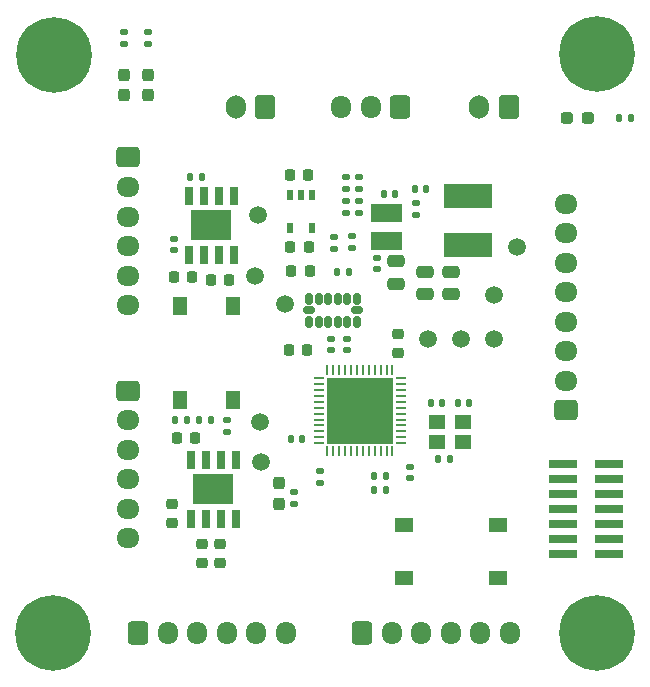
<source format=gbr>
%TF.GenerationSoftware,KiCad,Pcbnew,8.0.1*%
%TF.CreationDate,2024-10-23T08:39:10+02:00*%
%TF.ProjectId,StealthKitty.kicad_pro,53746561-6c74-4684-9b69-7474792e6b69,rev?*%
%TF.SameCoordinates,Original*%
%TF.FileFunction,Soldermask,Top*%
%TF.FilePolarity,Negative*%
%FSLAX46Y46*%
G04 Gerber Fmt 4.6, Leading zero omitted, Abs format (unit mm)*
G04 Created by KiCad (PCBNEW 8.0.1) date 2024-10-23 08:39:10*
%MOMM*%
%LPD*%
G01*
G04 APERTURE LIST*
G04 Aperture macros list*
%AMRoundRect*
0 Rectangle with rounded corners*
0 $1 Rounding radius*
0 $2 $3 $4 $5 $6 $7 $8 $9 X,Y pos of 4 corners*
0 Add a 4 corners polygon primitive as box body*
4,1,4,$2,$3,$4,$5,$6,$7,$8,$9,$2,$3,0*
0 Add four circle primitives for the rounded corners*
1,1,$1+$1,$2,$3*
1,1,$1+$1,$4,$5*
1,1,$1+$1,$6,$7*
1,1,$1+$1,$8,$9*
0 Add four rect primitives between the rounded corners*
20,1,$1+$1,$2,$3,$4,$5,0*
20,1,$1+$1,$4,$5,$6,$7,0*
20,1,$1+$1,$6,$7,$8,$9,0*
20,1,$1+$1,$8,$9,$2,$3,0*%
G04 Aperture macros list end*
%ADD10C,0.010000*%
%ADD11RoundRect,0.140000X-0.170000X0.140000X-0.170000X-0.140000X0.170000X-0.140000X0.170000X0.140000X0*%
%ADD12C,1.500000*%
%ADD13RoundRect,0.225000X-0.225000X-0.250000X0.225000X-0.250000X0.225000X0.250000X-0.225000X0.250000X0*%
%ADD14RoundRect,0.135000X0.185000X-0.135000X0.185000X0.135000X-0.185000X0.135000X-0.185000X-0.135000X0*%
%ADD15RoundRect,0.135000X0.135000X0.185000X-0.135000X0.185000X-0.135000X-0.185000X0.135000X-0.185000X0*%
%ADD16RoundRect,0.225000X-0.250000X0.225000X-0.250000X-0.225000X0.250000X-0.225000X0.250000X0.225000X0*%
%ADD17RoundRect,0.140000X0.170000X-0.140000X0.170000X0.140000X-0.170000X0.140000X-0.170000X-0.140000X0*%
%ADD18RoundRect,0.250000X0.600000X0.725000X-0.600000X0.725000X-0.600000X-0.725000X0.600000X-0.725000X0*%
%ADD19O,1.700000X1.950000*%
%ADD20RoundRect,0.225000X0.225000X0.250000X-0.225000X0.250000X-0.225000X-0.250000X0.225000X-0.250000X0*%
%ADD21C,0.800000*%
%ADD22C,6.400000*%
%ADD23RoundRect,0.250000X0.600000X0.750000X-0.600000X0.750000X-0.600000X-0.750000X0.600000X-0.750000X0*%
%ADD24O,1.700000X2.000000*%
%ADD25RoundRect,0.250000X-0.600000X-0.725000X0.600000X-0.725000X0.600000X0.725000X-0.600000X0.725000X0*%
%ADD26R,1.300000X1.550000*%
%ADD27R,1.550000X1.300000*%
%ADD28RoundRect,0.140000X0.140000X0.170000X-0.140000X0.170000X-0.140000X-0.170000X0.140000X-0.170000X0*%
%ADD29R,0.802000X1.505000*%
%ADD30R,3.502000X2.613000*%
%ADD31R,2.400000X0.740000*%
%ADD32RoundRect,0.140000X-0.140000X-0.170000X0.140000X-0.170000X0.140000X0.170000X-0.140000X0.170000X0*%
%ADD33RoundRect,0.250000X-0.475000X0.250000X-0.475000X-0.250000X0.475000X-0.250000X0.475000X0.250000X0*%
%ADD34RoundRect,0.225000X0.250000X-0.225000X0.250000X0.225000X-0.250000X0.225000X-0.250000X-0.225000X0*%
%ADD35RoundRect,0.250000X0.725000X-0.600000X0.725000X0.600000X-0.725000X0.600000X-0.725000X-0.600000X0*%
%ADD36O,1.950000X1.700000*%
%ADD37RoundRect,0.135000X-0.185000X0.135000X-0.185000X-0.135000X0.185000X-0.135000X0.185000X0.135000X0*%
%ADD38RoundRect,0.237500X0.287500X0.237500X-0.287500X0.237500X-0.287500X-0.237500X0.287500X-0.237500X0*%
%ADD39R,4.100000X2.150000*%
%ADD40RoundRect,0.250000X-0.725000X0.600000X-0.725000X-0.600000X0.725000X-0.600000X0.725000X0.600000X0*%
%ADD41RoundRect,0.150000X-0.150000X0.325000X-0.150000X-0.325000X0.150000X-0.325000X0.150000X0.325000X0*%
%ADD42RoundRect,0.150000X-0.325000X0.150000X-0.325000X-0.150000X0.325000X-0.150000X0.325000X0.150000X0*%
%ADD43R,1.400000X1.200000*%
%ADD44RoundRect,0.135000X-0.135000X-0.185000X0.135000X-0.185000X0.135000X0.185000X-0.135000X0.185000X0*%
%ADD45RoundRect,0.237500X-0.237500X0.287500X-0.237500X-0.287500X0.237500X-0.287500X0.237500X0.287500X0*%
%ADD46R,0.600000X0.900000*%
%ADD47RoundRect,0.237500X0.237500X-0.287500X0.237500X0.287500X-0.237500X0.287500X-0.237500X-0.287500X0*%
%ADD48RoundRect,0.062500X0.375000X0.062500X-0.375000X0.062500X-0.375000X-0.062500X0.375000X-0.062500X0*%
%ADD49RoundRect,0.062500X0.062500X0.375000X-0.062500X0.375000X-0.062500X-0.375000X0.062500X-0.375000X0*%
%ADD50R,5.600000X5.600000*%
G04 APERTURE END LIST*
D10*
%TO.C,IC501*%
X154145000Y-84640000D02*
X153555000Y-84640000D01*
X153555000Y-83200000D01*
X154145000Y-83200000D01*
X154145000Y-84640000D01*
G36*
X154145000Y-84640000D02*
G01*
X153555000Y-84640000D01*
X153555000Y-83200000D01*
X154145000Y-83200000D01*
X154145000Y-84640000D01*
G37*
X154145000Y-87020000D02*
X153555000Y-87020000D01*
X153555000Y-85580000D01*
X154145000Y-85580000D01*
X154145000Y-87020000D01*
G36*
X154145000Y-87020000D02*
G01*
X153555000Y-87020000D01*
X153555000Y-85580000D01*
X154145000Y-85580000D01*
X154145000Y-87020000D01*
G37*
X154795000Y-84640000D02*
X154205000Y-84640000D01*
X154205000Y-83200000D01*
X154795000Y-83200000D01*
X154795000Y-84640000D01*
G36*
X154795000Y-84640000D02*
G01*
X154205000Y-84640000D01*
X154205000Y-83200000D01*
X154795000Y-83200000D01*
X154795000Y-84640000D01*
G37*
X154795000Y-87020000D02*
X154205000Y-87020000D01*
X154205000Y-85580000D01*
X154795000Y-85580000D01*
X154795000Y-87020000D01*
G36*
X154795000Y-87020000D02*
G01*
X154205000Y-87020000D01*
X154205000Y-85580000D01*
X154795000Y-85580000D01*
X154795000Y-87020000D01*
G37*
X155445000Y-84640000D02*
X154855000Y-84640000D01*
X154855000Y-83200000D01*
X155445000Y-83200000D01*
X155445000Y-84640000D01*
G36*
X155445000Y-84640000D02*
G01*
X154855000Y-84640000D01*
X154855000Y-83200000D01*
X155445000Y-83200000D01*
X155445000Y-84640000D01*
G37*
X155445000Y-87020000D02*
X154855000Y-87020000D01*
X154855000Y-85580000D01*
X155445000Y-85580000D01*
X155445000Y-87020000D01*
G36*
X155445000Y-87020000D02*
G01*
X154855000Y-87020000D01*
X154855000Y-85580000D01*
X155445000Y-85580000D01*
X155445000Y-87020000D01*
G37*
X156095000Y-84640000D02*
X155505000Y-84640000D01*
X155505000Y-83200000D01*
X156095000Y-83200000D01*
X156095000Y-84640000D01*
G36*
X156095000Y-84640000D02*
G01*
X155505000Y-84640000D01*
X155505000Y-83200000D01*
X156095000Y-83200000D01*
X156095000Y-84640000D01*
G37*
X156095000Y-87020000D02*
X155505000Y-87020000D01*
X155505000Y-85580000D01*
X156095000Y-85580000D01*
X156095000Y-87020000D01*
G36*
X156095000Y-87020000D02*
G01*
X155505000Y-87020000D01*
X155505000Y-85580000D01*
X156095000Y-85580000D01*
X156095000Y-87020000D01*
G37*
%TD*%
D11*
%TO.C,C508*%
X151425000Y-80930000D03*
X151425000Y-81890000D03*
%TD*%
D12*
%TO.C,TP301*%
X161130000Y-94620000D03*
%TD*%
D13*
%TO.C,Cs301*%
X146775000Y-88900000D03*
X148325000Y-88900000D03*
%TD*%
D14*
%TO.C,R502*%
X151920000Y-86920000D03*
X151920000Y-85900000D03*
%TD*%
D15*
%TO.C,R402*%
X154810000Y-106250000D03*
X153790000Y-106250000D03*
%TD*%
D12*
%TO.C,TP310*%
X165900000Y-86800000D03*
%TD*%
D11*
%TO.C,C503*%
X154025000Y-87730000D03*
X154025000Y-88690000D03*
%TD*%
D14*
%TO.C,R403*%
X132600000Y-69635000D03*
X132600000Y-68615000D03*
%TD*%
%TO.C,R504*%
X152525000Y-83920000D03*
X152525000Y-82900000D03*
%TD*%
D16*
%TO.C,C206*%
X140737354Y-111999336D03*
X140737354Y-113549336D03*
%TD*%
D17*
%TO.C,C204*%
X136800000Y-87080000D03*
X136800000Y-86120000D03*
%TD*%
D18*
%TO.C,SW501*%
X156000000Y-75000000D03*
D19*
X153500000Y-75000000D03*
X151000000Y-75000000D03*
%TD*%
D12*
%TO.C,TP203*%
X144190000Y-105040000D03*
%TD*%
D20*
%TO.C,C504*%
X148175000Y-80700000D03*
X146625000Y-80700000D03*
%TD*%
D21*
%TO.C,H402*%
X170212500Y-70500000D03*
X170915444Y-68802944D03*
X170915444Y-72197056D03*
X172612500Y-68100000D03*
D22*
X172612500Y-70500000D03*
D21*
X172612500Y-72900000D03*
X174309556Y-68802944D03*
X174309556Y-72197056D03*
X175012500Y-70500000D03*
%TD*%
D23*
%TO.C,Alim_charger501*%
X165162500Y-75000000D03*
D24*
X162662500Y-75000000D03*
%TD*%
D25*
%TO.C,J301*%
X152750000Y-119550000D03*
D19*
X155250000Y-119550000D03*
X157750000Y-119550000D03*
X160250000Y-119550000D03*
X162750000Y-119550000D03*
X165250000Y-119550000D03*
%TD*%
D26*
%TO.C,SW402*%
X141849499Y-91865125D03*
X141849499Y-99815125D03*
X137349499Y-91865125D03*
X137349499Y-99815125D03*
%TD*%
D14*
%TO.C,R405*%
X147000000Y-108610000D03*
X147000000Y-107590000D03*
%TD*%
D27*
%TO.C,SW401*%
X156325000Y-110350000D03*
X164275000Y-110350000D03*
X156325000Y-114850000D03*
X164275000Y-114850000D03*
%TD*%
D28*
%TO.C,C205*%
X139184950Y-80925589D03*
X138224950Y-80925589D03*
%TD*%
D21*
%TO.C,H401*%
X124262500Y-70550000D03*
X124965444Y-68852944D03*
X124965444Y-72247056D03*
X126662500Y-68150000D03*
D22*
X126662500Y-70550000D03*
D21*
X126662500Y-72950000D03*
X128359556Y-68852944D03*
X128359556Y-72247056D03*
X129062500Y-70550000D03*
%TD*%
D29*
%TO.C,U2*%
X138272977Y-109858142D03*
X139542977Y-109858142D03*
X140812977Y-109858142D03*
X142082977Y-109858142D03*
X142082977Y-104863142D03*
X140812977Y-104863142D03*
X139542977Y-104863142D03*
X138272977Y-104863142D03*
D30*
X140177977Y-107360642D03*
%TD*%
D11*
%TO.C,C405*%
X151480000Y-94620000D03*
X151480000Y-95580000D03*
%TD*%
D14*
%TO.C,R404*%
X134600000Y-69635000D03*
X134600000Y-68615000D03*
%TD*%
D31*
%TO.C,J401*%
X173650000Y-112810000D03*
X169750000Y-112810000D03*
X173650000Y-111540000D03*
X169750000Y-111540000D03*
X173650000Y-110270000D03*
X169750000Y-110270000D03*
X173650000Y-109000000D03*
X169750000Y-109000000D03*
X173650000Y-107730000D03*
X169750000Y-107730000D03*
X173650000Y-106460000D03*
X169750000Y-106460000D03*
X173650000Y-105190000D03*
X169750000Y-105190000D03*
%TD*%
D14*
%TO.C,R505*%
X151425000Y-83920000D03*
X151425000Y-82900000D03*
%TD*%
D32*
%TO.C,C411*%
X159220000Y-104750000D03*
X160180000Y-104750000D03*
%TD*%
D12*
%TO.C,TP204*%
X144100000Y-101630000D03*
%TD*%
D33*
%TO.C,C509*%
X160300000Y-88950000D03*
X160300000Y-90850000D03*
%TD*%
D34*
%TO.C,C207*%
X136700000Y-110175000D03*
X136700000Y-108625000D03*
%TD*%
D35*
%TO.C,J303*%
X170050000Y-100650000D03*
D36*
X170050000Y-98150000D03*
X170050000Y-95650000D03*
X170050000Y-93150000D03*
X170050000Y-90650000D03*
X170050000Y-88150000D03*
X170050000Y-85650000D03*
X170050000Y-83150000D03*
%TD*%
D23*
%TO.C,BT501*%
X144550000Y-74950000D03*
D24*
X142050000Y-74950000D03*
%TD*%
D33*
%TO.C,C507*%
X158100000Y-88950000D03*
X158100000Y-90850000D03*
%TD*%
D28*
%TO.C,C412*%
X137910000Y-101500000D03*
X136950000Y-101500000D03*
%TD*%
D37*
%TO.C,R501*%
X150396845Y-85961885D03*
X150396845Y-86981885D03*
%TD*%
D11*
%TO.C,C408*%
X150100000Y-94620000D03*
X150100000Y-95580000D03*
%TD*%
D38*
%TO.C,D501*%
X171875000Y-75900000D03*
X170125000Y-75900000D03*
%TD*%
D20*
%TO.C,C208*%
X138650000Y-103000000D03*
X137100000Y-103000000D03*
%TD*%
D39*
%TO.C,L501*%
X161725000Y-82550000D03*
X161725000Y-86650000D03*
%TD*%
D29*
%TO.C,U1*%
X138095000Y-87497500D03*
X139365000Y-87497500D03*
X140635000Y-87497500D03*
X141905000Y-87497500D03*
X141905000Y-82502500D03*
X140635000Y-82502500D03*
X139365000Y-82502500D03*
X138095000Y-82502500D03*
D30*
X140000000Y-85000000D03*
%TD*%
D32*
%TO.C,Cio301*%
X150670000Y-88920000D03*
X151630000Y-88920000D03*
%TD*%
D40*
%TO.C,J201*%
X132950000Y-79250000D03*
D36*
X132950000Y-81750000D03*
X132950000Y-84250000D03*
X132950000Y-86750000D03*
X132950000Y-89250000D03*
X132950000Y-91750000D03*
%TD*%
D17*
%TO.C,C404*%
X149200000Y-106780000D03*
X149200000Y-105820000D03*
%TD*%
D41*
%TO.C,U301*%
X152300000Y-91200000D03*
X151500000Y-91200000D03*
X150700000Y-91200000D03*
X149900000Y-91200000D03*
X149100000Y-91200000D03*
X148300000Y-91200000D03*
D42*
X148300000Y-92200000D03*
D41*
X148300000Y-93200000D03*
X149100000Y-93200000D03*
X149900000Y-93200000D03*
X150700000Y-93200000D03*
X151500000Y-93200000D03*
X152300000Y-93200000D03*
D42*
X152300000Y-92200000D03*
%TD*%
D43*
%TO.C,Y401*%
X161339689Y-101650000D03*
X159139689Y-101650000D03*
X159139689Y-103350000D03*
X161339689Y-103350000D03*
%TD*%
D28*
%TO.C,C401*%
X147680000Y-103050000D03*
X146720000Y-103050000D03*
%TD*%
D20*
%TO.C,C203*%
X138375000Y-89400000D03*
X136825000Y-89400000D03*
%TD*%
D28*
%TO.C,C403*%
X159559222Y-100010362D03*
X158599222Y-100010362D03*
%TD*%
D21*
%TO.C,H404*%
X124212500Y-119500000D03*
X124915444Y-117802944D03*
X124915444Y-121197056D03*
X126612500Y-117100000D03*
D22*
X126612500Y-119500000D03*
D21*
X126612500Y-121900000D03*
X128309556Y-117802944D03*
X128309556Y-121197056D03*
X129012500Y-119500000D03*
%TD*%
D12*
%TO.C,TP302*%
X146200000Y-91700000D03*
%TD*%
D44*
%TO.C,R507*%
X174490000Y-75900000D03*
X175510000Y-75900000D03*
%TD*%
D45*
%TO.C,D402*%
X134600000Y-72250000D03*
X134600000Y-74000000D03*
%TD*%
D40*
%TO.C,J202*%
X132950000Y-99000000D03*
D36*
X132950000Y-101500000D03*
X132950000Y-104000000D03*
X132950000Y-106500000D03*
X132950000Y-109000000D03*
X132950000Y-111500000D03*
%TD*%
D28*
%TO.C,C502*%
X155580000Y-82330000D03*
X154620000Y-82330000D03*
%TD*%
D12*
%TO.C,TP201*%
X143673142Y-89327084D03*
%TD*%
D16*
%TO.C,C402*%
X155800000Y-94225000D03*
X155800000Y-95775000D03*
%TD*%
D12*
%TO.C,TP308*%
X163900000Y-90900000D03*
%TD*%
D14*
%TO.C,R503*%
X157325000Y-84120000D03*
X157325000Y-83100000D03*
%TD*%
D28*
%TO.C,C409*%
X161819689Y-100006057D03*
X160859689Y-100006057D03*
%TD*%
D20*
%TO.C,C407*%
X148130000Y-95560618D03*
X146580000Y-95560618D03*
%TD*%
D45*
%TO.C,D401*%
X132600000Y-72250000D03*
X132600000Y-74000000D03*
%TD*%
D15*
%TO.C,R401*%
X154810000Y-107400000D03*
X153790000Y-107400000D03*
%TD*%
D25*
%TO.C,J302*%
X133800000Y-119525000D03*
D19*
X136300000Y-119525000D03*
X138800000Y-119525000D03*
X141300000Y-119525000D03*
X143800000Y-119525000D03*
X146300000Y-119525000D03*
%TD*%
D14*
%TO.C,R406*%
X141300000Y-102460000D03*
X141300000Y-101440000D03*
%TD*%
D16*
%TO.C,C202*%
X139200000Y-112000000D03*
X139200000Y-113550000D03*
%TD*%
D21*
%TO.C,H403*%
X175012500Y-119500000D03*
X174309556Y-117802944D03*
X174309556Y-121197056D03*
X172612500Y-117100000D03*
D22*
X172612500Y-119500000D03*
D21*
X172612500Y-121900000D03*
X170915444Y-117802944D03*
X170915444Y-121197056D03*
X170212500Y-119500000D03*
%TD*%
D12*
%TO.C,TP202*%
X143920000Y-84150000D03*
%TD*%
D46*
%TO.C,PS501*%
X148550000Y-82400000D03*
X147600000Y-82400000D03*
X146650000Y-82400000D03*
X146650000Y-85200000D03*
X148550000Y-85200000D03*
%TD*%
D47*
%TO.C,D403*%
X145700000Y-108550000D03*
X145700000Y-106800000D03*
%TD*%
D20*
%TO.C,C506*%
X148225000Y-86800000D03*
X146675000Y-86800000D03*
%TD*%
D28*
%TO.C,C505*%
X158168245Y-81905813D03*
X157208245Y-81905813D03*
%TD*%
D13*
%TO.C,C201*%
X139925000Y-89600000D03*
X141475000Y-89600000D03*
%TD*%
D48*
%TO.C,U401*%
X156015188Y-103443226D03*
X156015188Y-102943226D03*
X156015188Y-102443226D03*
X156015188Y-101943226D03*
X156015188Y-101443226D03*
X156015188Y-100943226D03*
X156015188Y-100443226D03*
X156015188Y-99943226D03*
X156015188Y-99443226D03*
X156015188Y-98943226D03*
X156015188Y-98443226D03*
X156015188Y-97943226D03*
D49*
X155327688Y-97255726D03*
X154827688Y-97255726D03*
X154327688Y-97255726D03*
X153827688Y-97255726D03*
X153327688Y-97255726D03*
X152827688Y-97255726D03*
X152327688Y-97255726D03*
X151827688Y-97255726D03*
X151327688Y-97255726D03*
X150827688Y-97255726D03*
X150327688Y-97255726D03*
X149827688Y-97255726D03*
D48*
X149140188Y-97943226D03*
X149140188Y-98443226D03*
X149140188Y-98943226D03*
X149140188Y-99443226D03*
X149140188Y-99943226D03*
X149140188Y-100443226D03*
X149140188Y-100943226D03*
X149140188Y-101443226D03*
X149140188Y-101943226D03*
X149140188Y-102443226D03*
X149140188Y-102943226D03*
X149140188Y-103443226D03*
D49*
X149827688Y-104130726D03*
X150327688Y-104130726D03*
X150827688Y-104130726D03*
X151327688Y-104130726D03*
X151827688Y-104130726D03*
X152327688Y-104130726D03*
X152827688Y-104130726D03*
X153327688Y-104130726D03*
X153827688Y-104130726D03*
X154327688Y-104130726D03*
X154827688Y-104130726D03*
X155327688Y-104130726D03*
D50*
X152577688Y-100693226D03*
%TD*%
D14*
%TO.C,R506*%
X152525000Y-81920000D03*
X152525000Y-80900000D03*
%TD*%
D12*
%TO.C,TP307*%
X158300000Y-94600000D03*
%TD*%
D33*
%TO.C,C501*%
X155600000Y-88050000D03*
X155600000Y-89950000D03*
%TD*%
D12*
%TO.C,TP309*%
X163950000Y-94650000D03*
%TD*%
D44*
%TO.C,R407*%
X138940000Y-101500000D03*
X139960000Y-101500000D03*
%TD*%
D11*
%TO.C,C406*%
X156800000Y-105440000D03*
X156800000Y-106400000D03*
%TD*%
M02*

</source>
